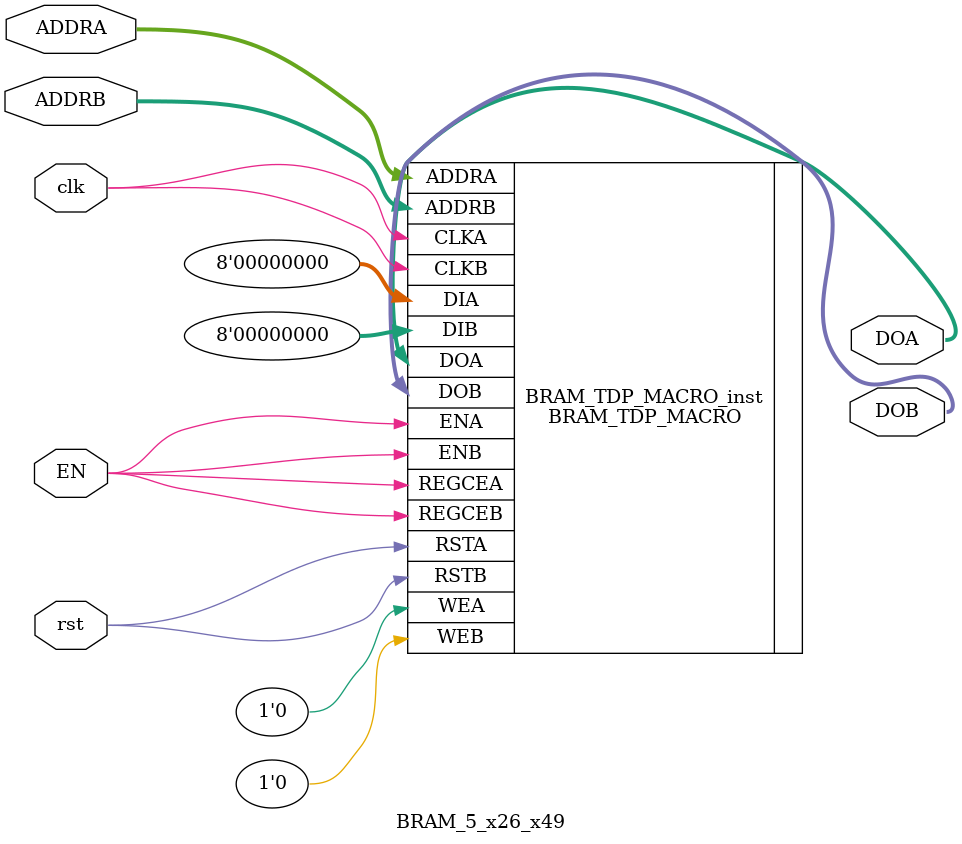
<source format=v>

module BRAM_5_x26_x49(
    input [9:0] ADDRA,
    input [9:0] ADDRB,
    input clk,
    input rst, input EN,
    output [7:0] DOA,
    output [7:0] DOB
    );



// Spartan-6
// Xilinx HDL Libraries Guide, version 14.7
//////////////////////////////////////////////////////////////////////////
// DATA_WIDTH_A/B | BRAM_SIZE | RAM Depth | ADDRA/B Width | WEA/B Width //
// ===============|===========|===========|===============|=============//
// 19-36 | "18Kb" | 512 | 9-bit | 4-bit //
// 10-18 | "18Kb" | 1024 | 10-bit | 2-bit //
// 10-18 | "9Kb" | 512 | 9-bit | 2-bit //
// 5-9 | "18Kb" | 2048 | 11-bit | 1-bit //
// 5-9 | "9Kb" | 1024 | 10-bit | 1-bit //
// 3-4 | "18Kb" | 4096 | 12-bit | 1-bit //
// 3-4 | "9Kb" | 2048 | 11-bit | 1-bit //
// 2 | "18Kb" | 8192 | 13-bit | 1-bit //
// 2 | "9Kb" | 4096 | 12-bit | 1-bit //
// 1 | "18Kb" | 16384 | 14-bit | 1-bit //
// 1 | "9Kb" | 8192 | 12-bit | 1-bit //
//////////////////////////////////////////////////////////////////////////
BRAM_TDP_MACRO #(
	.BRAM_SIZE("9Kb"), // Target BRAM: "9Kb" or "18Kb"
	.DEVICE("SPARTAN6"), // Target device: "VIRTEX5", "VIRTEX6", "SPARTAN6"
	.DOA_REG(1), // Optional port A output register (0 or 1)
	.DOB_REG(1), // Optional port B output register (0 or 1)
	.INIT_A(36'h0123), // Initial values on port A output port
	.INIT_B(36'h3210), // Initial values on port B output port
	.INIT_FILE ("NONE"),
		.READ_WIDTH_A (8), // Valid values are 1-36
	.READ_WIDTH_B (8), // Valid values are 1-36
	.SIM_COLLISION_CHECK ("NONE"), // Collision check enable "ALL", "WARNING_ONLY",
	// "GENERATE_X_ONLY" or "NONE"
	.SRVAL_A(36'h00000000), // Set/Reset value for port A output
	.SRVAL_B(36'h00000000), // Set/Reset value for port B output
	.WRITE_MODE_A("WRITE_FIRST"), // "WRITE_FIRST", "READ_FIRST", or "NO_CHANGE"
	.WRITE_MODE_B("WRITE_FIRST"), // "WRITE_FIRST", "READ_FIRST", or "NO_CHANGE"
	.WRITE_WIDTH_A(8), // Valid values are 1-36
	.WRITE_WIDTH_B(8), // Valid values are 1-36
	
.INIT_00(256'hF57394117AEB00006FDAAB2EDA7800009F3E0000DAE9000040D2000000000000),
.INIT_01(256'h1CA84FCA0CAF0A0A60E77AFF4ADA0000B4270000BFBE00008727000089BB0000),
.INIT_02(256'hF91E15139C6CCF4C7324BA3F73330000EC2C2CAF520073F09FEF00007B990000),
.INIT_03(256'hB96C686E11D331B2214439BCEC9E00006E9C8A09CCAC870405475252FD2D0000),
.INIT_04(256'h1FB723A68D320000A13A78FD6DE1000060EF6464EBF600009B270000715F0000),
.INIT_05(256'h6DBBD31A8140C08CF613418844B609451CED83CF385B064AC80A24688DDDC589),
.INIT_06(256'hF73E292F8F5144C76B12D055127CB9B94EA07AF93E4241C22B75000065A90000),
.INIT_07(256'h388F6B216CCC64AB7572AF662030A4E88F1F2FE00200A7683111622E8230D19D),
.INIT_08(256'h2AAC4BCEA534DFDFB00574F105A7DFDF40E1DFDF0536DFDF9F0DDFDFDFDFDFDF),
.INIT_09(256'hC3779015D370D5D5BF38A5209505DFDF6BF8DFDF6061DFDF58F8DFDF5664DFDF),
.INIT_0A(256'h26C1CACC43B31093ACFB65E0ACECDFDF33F3F3708DDFAC2F4030DFDFA446DFDF),
.INIT_0B(256'h66B3B7B1CE0CEE6DFE9BE6633341DFDFB14355D6137358DBDA988D8D22F2DFDF),
.INIT_0C(256'hC068FC7952EDDFDF7EE5A722B23EDFDFBF30BBBB3429DFDF44F8DFDFAE80DFDF),
.INIT_0D(256'hB2640CC55E9F1F5329CC9E579B69D69AC3325C10E784D99517D5FBB752021A56),
.INIT_0E(256'h28E1F6F0508E9B18B4CD0F8ACDA36666917FA526E19D9E1DF4AADFDFBA76DFDF),
.INIT_0F(256'hE750B4FEB313BB74AAAD70B9FFEF7B3750C0F03FDDDF78B7EECEBDF15DEF0E42),
.INIT_10(256'h6035EEFF5A0000006C8C7C6D8E6100002D86000059EC00003E20000000000000),
.INIT_11(256'hA4E37F6ECB83F2F285771F0E32CF0000E1580000A30400002D21000025370000),
.INIT_12(256'h88A12397D7F12C89A59C1001AF990000F22566C38F46EB4E07C00000BD640000),
.INIT_13(256'hDDE60CB8E7D350F5537843523C180000AF6AD87DD40F65C00BDE3030B77C0000),
.INIT_14(256'h7ECFB9A8A8160000B1B50A1B9E950000E1AE21210F5E000031CB0000B4500000),
.INIT_15(256'h779A82DD48AAE4AA8ED6D887481F0D4311027A347578E7A905A3400E0AB2FCB2),
.INIT_16(256'h4A8716A2F93B4EEBFE235E4F39EB3838DAE91DB83D10B114B6950000B78A0000),
.INIT_17(256'h8011C13BEA74769D8C0DEEB1921C6729E986AA41B4C58A61CFB0226C7415AEE0),
.INIT_18(256'hBFEA312085DFDFDFB353A3B251BEDFDFF259DFDF8633DFDFE1FFDFDFDFDFDFDF),
.INIT_19(256'h7B3CA0B1145C2D2D5AA8C0D1ED10DFDF3E87DFDF7CDBDFDFF2FEDFDFFAE8DFDF),
.INIT_1A(256'h577EFC48082EF3567A43CFDE7046DFDF2DFAB91C50993491D81FDFDF62BBDFDF),
.INIT_1B(256'h0239D367380C8F2A8CA79C8DE3C7DFDF70B507A20BD0BA1FD401EFEF68A3DFDF),
.INIT_1C(256'hA110667777C9DFDF6E6AD5C4414ADFDF3E71FEFED081DFDFEE14DFDF6B8FDFDF),
.INIT_1D(256'hA8455D0297753B755109075897C0D29CCEDDA5EBAAA73876DA7C9FD1D56D236D),
.INIT_1E(256'h9558C97D26E4913421FC8190E634E7E70536C267E2CF6ECB694ADFDF6855DFDF),
.INIT_1F(256'h5FCE1EE435ABA94253D2316E4DC3B8F63659759E6B1A55BE106FFDB3ABCA713F),



	
	//===============================================================================
	
	.INIT_20(256'h0000000000000000000000000000000000000000000000000000000000000000),
	.INIT_21(256'h0000000000000000000000000000000000000000000000000000000000000000),
	.INIT_22(256'h0000000000000000000000000000000000000000000000000000000000000000),
	.INIT_23(256'h0000000000000000000000000000000000000000000000000000000000000000),
	.INIT_24(256'h0000000000000000000000000000000000000000000000000000000000000000),
	.INIT_25(256'h0000000000000000000000000000000000000000000000000000000000000000),
	.INIT_26(256'h0000000000000000000000000000000000000000000000000000000000000000),
	.INIT_27(256'h0000000000000000000000000000000000000000000000000000000000000000),
	.INIT_28(256'h0000000000000000000000000000000000000000000000000000000000000000),
	.INIT_29(256'h0000000000000000000000000000000000000000000000000000000000000000),
	.INIT_2A(256'h0000000000000000000000000000000000000000000000000000000000000000),
	.INIT_2B(256'h0000000000000000000000000000000000000000000000000000000000000000),
	.INIT_2C(256'h0000000000000000000000000000000000000000000000000000000000000000),
	.INIT_2D(256'h0000000000000000000000000000000000000000000000000000000000000000),
	.INIT_2E(256'h0000000000000000000000000000000000000000000000000000000000000000),
	.INIT_2F(256'h0000000000000000000000000000000000000000000000000000000000000000),
	.INIT_30(256'h0000000000000000000000000000000000000000000000000000000000000000),
	.INIT_31(256'h0000000000000000000000000000000000000000000000000000000000000000),
	.INIT_32(256'h0000000000000000000000000000000000000000000000000000000000000000),
	.INIT_33(256'h0000000000000000000000000000000000000000000000000000000000000000),
	.INIT_34(256'h0000000000000000000000000000000000000000000000000000000000000000),
	.INIT_35(256'h0000000000000000000000000000000000000000000000000000000000000000),
	.INIT_36(256'h0000000000000000000000000000000000000000000000000000000000000000),
	.INIT_37(256'h0000000000000000000000000000000000000000000000000000000000000000),
	.INIT_38(256'h0000000000000000000000000000000000000000000000000000000000000000),
	.INIT_39(256'h0000000000000000000000000000000000000000000000000000000000000000),
	.INIT_3A(256'h0000000000000000000000000000000000000000000000000000000000000000),
	.INIT_3B(256'h0000000000000000000000000000000000000000000000000000000000000000),
	.INIT_3C(256'h0000000000000000000000000000000000000000000000000000000000000000),
	.INIT_3D(256'h0000000000000000000000000000000000000000000000000000000000000000),
	.INIT_3E(256'h0000000000000000000000000000000000000000000000000000000000000000),
	.INIT_3F(256'h0000000000000000000000000000000000000000000000000000000000000000),


	// The next set of INITP_xx are for the parity bits
	.INITP_00(256'h0000000000000000000000000000000000000000000000000000000000000000),
	.INITP_01(256'h0000000000000000000000000000000000000000000000000000000000000000),
	.INITP_02(256'h0000000000000000000000000000000000000000000000000000000000000000),
	.INITP_03(256'h0000000000000000000000000000000000000000000000000000000000000000),
	// The next set of INITP_xx are for "18Kb" configuration only
	.INITP_04(256'h0000000000000000000000000000000000000000000000000000000000000000),
	.INITP_05(256'h0000000000000000000000000000000000000000000000000000000000000000),
	.INITP_06(256'h0000000000000000000000000000000000000000000000000000000000000000),
	.INITP_07(256'h0000000000000000000000000000000000000000000000000000000000000000)
) BRAM_TDP_MACRO_inst (
	.DOA(DOA), // Output port-A data, width defined by READ_WIDTH_A parameter
	.DOB(DOB), // Output port-B data, width defined by READ_WIDTH_B parameter
	.ADDRA(ADDRA), // Input port-A address, width defined by Port A depth
	.ADDRB(ADDRB), // Input port-B address, width defined by Port B depth
	.CLKA(clk), // 1-bit input port-A clock
	.CLKB(clk), // 1-bit input port-B clock
		.DIA(8'h0), // Input port-A data, width defined by WRITE_WIDTH_A parameter
	.DIB(8'h0), // Input port-B data, width defined by WRITE_WIDTH_B parameter
	.ENA(EN), // 1-bit input port-A enable
	.ENB(EN), // 1-bit input port-B enable
	.REGCEA(EN), // 1-bit input port-A output register enable
	.REGCEB(EN), // 1-bit input port-B output register enable
	.RSTA(rst), // 1-bit input port-A reset
	.RSTB(rst), // 1-bit input port-B reset
	.WEA(1'b0), // Input port-A write enable, width defined by Port A depth
	.WEB(1'b0) // Input port-B write enable, width defined by Port B depth
);
// End of BRAM_TDP_MACRO_inst instantiation
endmodule

</source>
